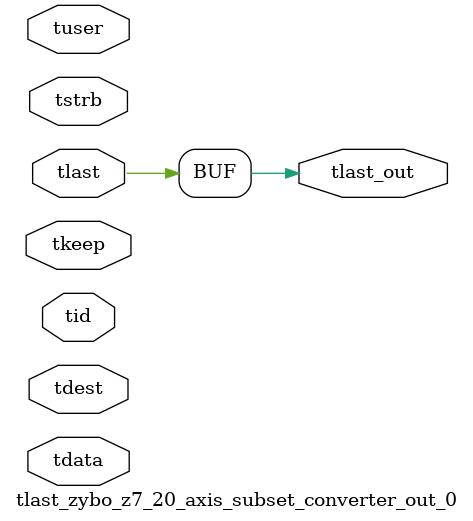
<source format=v>


`timescale 1ps/1ps

module tlast_zybo_z7_20_axis_subset_converter_out_0 #
(
parameter C_S_AXIS_TID_WIDTH   = 1,
parameter C_S_AXIS_TUSER_WIDTH = 0,
parameter C_S_AXIS_TDATA_WIDTH = 0,
parameter C_S_AXIS_TDEST_WIDTH = 0
)
(
input  [(C_S_AXIS_TID_WIDTH   == 0 ? 1 : C_S_AXIS_TID_WIDTH)-1:0       ] tid,
input  [(C_S_AXIS_TDATA_WIDTH == 0 ? 1 : C_S_AXIS_TDATA_WIDTH)-1:0     ] tdata,
input  [(C_S_AXIS_TUSER_WIDTH == 0 ? 1 : C_S_AXIS_TUSER_WIDTH)-1:0     ] tuser,
input  [(C_S_AXIS_TDEST_WIDTH == 0 ? 1 : C_S_AXIS_TDEST_WIDTH)-1:0     ] tdest,
input  [(C_S_AXIS_TDATA_WIDTH/8)-1:0 ] tkeep,
input  [(C_S_AXIS_TDATA_WIDTH/8)-1:0 ] tstrb,
input  [0:0]                                                             tlast,
output                                                                   tlast_out
);

assign tlast_out = {tlast[0]};

endmodule


</source>
